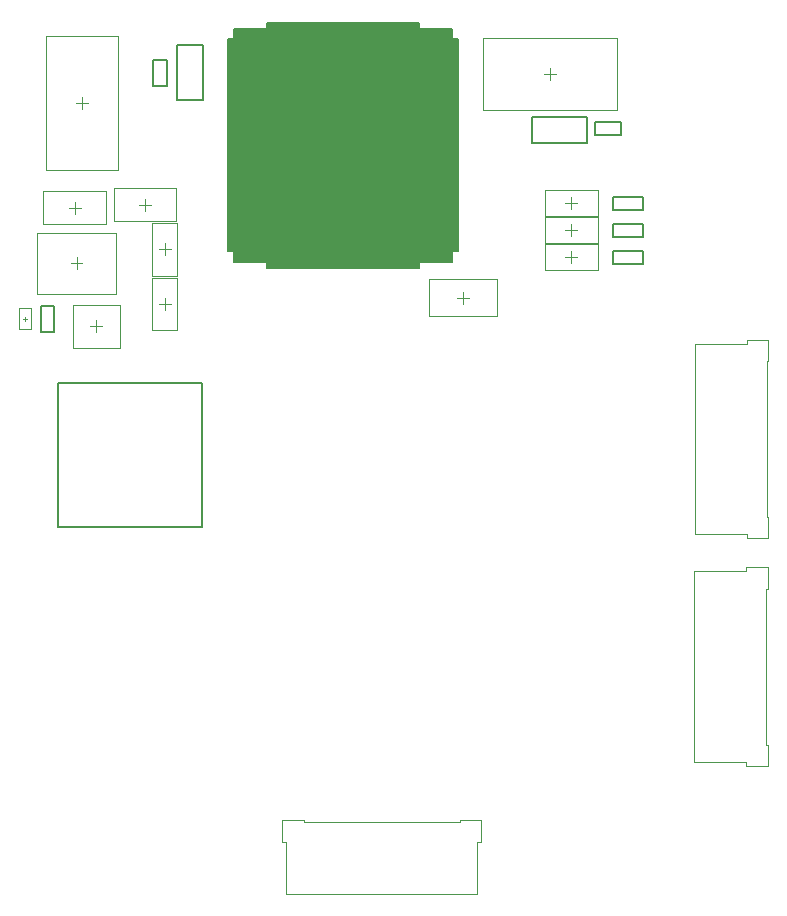
<source format=gbr>
%TF.GenerationSoftware,Altium Limited,Altium Designer,22.9.1 (49)*%
G04 Layer_Color=32768*
%FSLAX23Y23*%
%MOIN*%
%TF.SameCoordinates,7E49B892-F471-4493-957F-970E4ADD815D*%
%TF.FilePolarity,Positive*%
%TF.FileFunction,Other,Top_Courtyard*%
%TF.Part,Single*%
G01*
G75*
%TA.AperFunction,NonConductor*%
%ADD42C,0.006*%
%ADD57C,0.008*%
%ADD70C,0.004*%
%ADD71C,0.002*%
G36*
X2357Y3260D02*
X2245D01*
Y3296D01*
X2225D01*
Y4001D01*
X2245D01*
Y4036D01*
X2357D01*
Y4056D01*
X2862D01*
Y4036D01*
X2974D01*
Y4001D01*
X2993D01*
Y3296D01*
X2974D01*
Y3260D01*
X2862D01*
Y3240D01*
X2357D01*
Y3260D01*
D02*
G37*
D42*
X2245Y3260D02*
X2357D01*
Y3240D02*
Y3260D01*
Y3240D02*
X2862D01*
Y3260D01*
X2974D01*
Y3296D01*
X2993D01*
Y4001D01*
X2974D02*
X2993D01*
X2974D02*
Y4036D01*
X2862D02*
X2974D01*
X2862D02*
Y4056D01*
X2357D02*
X2862D01*
X2357Y4036D02*
Y4056D01*
X2245Y4036D02*
X2357D01*
X2245Y4001D02*
Y4036D01*
X2225Y4001D02*
X2245D01*
X2225Y3296D02*
Y4001D01*
Y3296D02*
X2245D01*
Y3260D02*
Y3296D01*
D57*
X1660Y2375D02*
Y2855D01*
Y2375D02*
X2140D01*
Y2855D01*
X1660D02*
X2140D01*
X2056Y3981D02*
X2144D01*
X2056Y3798D02*
Y3981D01*
Y3798D02*
X2144D01*
Y3981D01*
X1603Y3114D02*
X1647D01*
X1603Y3026D02*
Y3114D01*
Y3026D02*
X1647D01*
Y3114D01*
X3239Y3744D02*
X3422D01*
Y3656D02*
Y3744D01*
X3239Y3656D02*
X3422D01*
X3239D02*
Y3744D01*
X3451Y3727D02*
X3538D01*
Y3683D02*
Y3727D01*
X3451Y3683D02*
X3538D01*
X3451D02*
Y3727D01*
X3511Y3433D02*
X3609D01*
X3511D02*
Y3477D01*
X3609D01*
Y3433D02*
Y3477D01*
X3511Y3343D02*
X3609D01*
X3511D02*
Y3387D01*
X3609D01*
Y3343D02*
Y3387D01*
X3511Y3253D02*
X3610D01*
X3511D02*
Y3297D01*
X3610D01*
Y3253D02*
Y3297D01*
X2022Y3846D02*
Y3934D01*
X1978Y3846D02*
X2022D01*
X1978D02*
Y3934D01*
X2022D01*
D70*
X3280Y3885D02*
X3320D01*
X3300Y3865D02*
Y3905D01*
X1950Y3430D02*
Y3470D01*
X1930Y3450D02*
X1970D01*
X2015Y3281D02*
Y3321D01*
X1995Y3301D02*
X2035D01*
X2015Y3099D02*
Y3139D01*
X1995Y3119D02*
X2035D01*
X1768Y3045D02*
X1807D01*
X1787Y3025D02*
Y3065D01*
X1722Y3235D02*
Y3275D01*
X1702Y3255D02*
X1741D01*
X1695Y3440D02*
X1735D01*
X1715Y3420D02*
Y3460D01*
X1544Y3070D02*
X1556D01*
X1550Y3064D02*
Y3076D01*
X3371Y3345D02*
Y3385D01*
X3351Y3365D02*
X3391D01*
X3371Y3255D02*
Y3295D01*
X3351Y3275D02*
X3391D01*
X3371Y3435D02*
Y3475D01*
X3351Y3455D02*
X3391D01*
X1720Y3790D02*
X1760D01*
X1740Y3770D02*
Y3810D01*
D71*
X3781Y1592D02*
X3954D01*
X4020Y1650D02*
Y2169D01*
X3781Y1592D02*
Y2228D01*
X3954Y1579D02*
Y1592D01*
Y1579D02*
X4026D01*
Y1650D01*
X4020D02*
X4026D01*
X3781Y2228D02*
X3954D01*
Y2241D01*
X4026D01*
Y2169D02*
Y2241D01*
X4020Y2169D02*
X4026D01*
X3076Y3765D02*
Y4005D01*
X3524Y3765D02*
Y4005D01*
X3076Y3765D02*
X3524D01*
X3076Y4005D02*
X3524D01*
X3783Y2351D02*
X3956D01*
X4022Y2410D02*
Y2929D01*
X3783Y2351D02*
Y2987D01*
X3956Y2338D02*
Y2351D01*
Y2338D02*
X4028D01*
Y2410D01*
X4022D02*
X4028D01*
X3783Y2987D02*
X3956D01*
Y3000D01*
X4028D01*
Y2929D02*
Y3000D01*
X4022Y2929D02*
X4028D01*
X1846Y3395D02*
X2054D01*
X1846Y3505D02*
X2054D01*
Y3395D02*
Y3505D01*
X1846Y3395D02*
Y3505D01*
X1972Y3388D02*
X2058D01*
X1972Y3214D02*
X2058D01*
Y3388D01*
X1972Y3214D02*
Y3388D01*
Y3032D02*
X2058D01*
X1972Y3206D02*
X2058D01*
X1972Y3032D02*
Y3206D01*
X2058Y3032D02*
Y3206D01*
X1709Y2974D02*
Y3116D01*
X1866Y2974D02*
Y3116D01*
X1709D02*
X1866D01*
X1709Y2974D02*
X1866D01*
X1590Y3153D02*
X1854D01*
X1590Y3357D02*
X1854D01*
Y3153D02*
Y3357D01*
X1590Y3153D02*
Y3357D01*
X1819Y3385D02*
Y3495D01*
X1611Y3385D02*
Y3495D01*
Y3385D02*
X1819D01*
X1611Y3495D02*
X1819D01*
X1570Y3035D02*
Y3105D01*
X1530Y3035D02*
Y3105D01*
X1570D01*
X1530Y3035D02*
X1570D01*
X2480Y1392D02*
Y1398D01*
X2408D02*
X2480D01*
X2408Y1326D02*
Y1398D01*
Y1326D02*
X2421D01*
Y1153D02*
Y1326D01*
X2999Y1392D02*
Y1398D01*
X3070D01*
Y1326D02*
Y1398D01*
X3057Y1326D02*
X3070D01*
X2421Y1153D02*
X3057D01*
X2480Y1392D02*
X2999D01*
X3057Y1153D02*
Y1326D01*
X2896Y3201D02*
X3124D01*
Y3079D02*
Y3201D01*
X2896Y3079D02*
X3124D01*
X2896D02*
Y3201D01*
X3010Y3120D02*
Y3160D01*
X2990Y3140D02*
X3030D01*
X3283Y3322D02*
X3460D01*
X3283Y3408D02*
X3460D01*
Y3322D02*
Y3408D01*
X3283Y3322D02*
Y3408D01*
Y3232D02*
X3460D01*
X3283Y3318D02*
X3460D01*
Y3232D02*
Y3318D01*
X3283Y3232D02*
Y3318D01*
Y3412D02*
X3460D01*
X3283Y3498D02*
X3460D01*
Y3412D02*
Y3498D01*
X3283Y3412D02*
Y3498D01*
X1860Y3566D02*
Y4014D01*
X1620Y3566D02*
Y4014D01*
Y3566D02*
X1860D01*
X1620Y4014D02*
X1860D01*
%TF.MD5,e41df2b903587123c33653f4907667af*%
M02*

</source>
